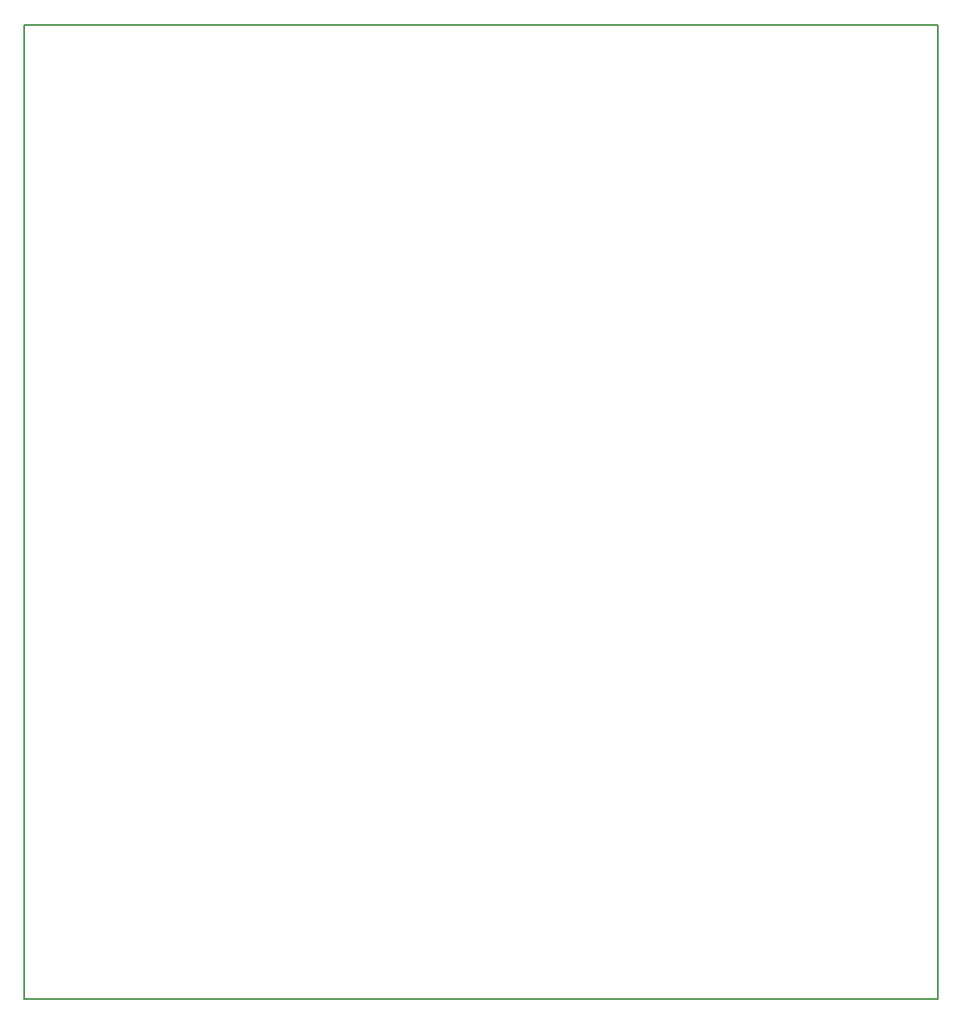
<source format=gm1>
G04 #@! TF.GenerationSoftware,KiCad,Pcbnew,8.0.5*
G04 #@! TF.CreationDate,2024-10-24T17:49:52+02:00*
G04 #@! TF.ProjectId,vt2_communicator,7674325f-636f-46d6-9d75-6e696361746f,rev?*
G04 #@! TF.SameCoordinates,Original*
G04 #@! TF.FileFunction,Profile,NP*
%FSLAX46Y46*%
G04 Gerber Fmt 4.6, Leading zero omitted, Abs format (unit mm)*
G04 Created by KiCad (PCBNEW 8.0.5) date 2024-10-24 17:49:52*
%MOMM*%
%LPD*%
G01*
G04 APERTURE LIST*
G04 #@! TA.AperFunction,Profile*
%ADD10C,0.200000*%
G04 #@! TD*
G04 APERTURE END LIST*
D10*
X193000000Y-51000000D02*
X100000000Y-51000000D01*
X193000000Y-150000000D02*
X193000000Y-51000000D01*
X100000000Y-51000000D02*
X100000000Y-150000000D01*
X100000000Y-150000000D02*
X193000000Y-150000000D01*
M02*

</source>
